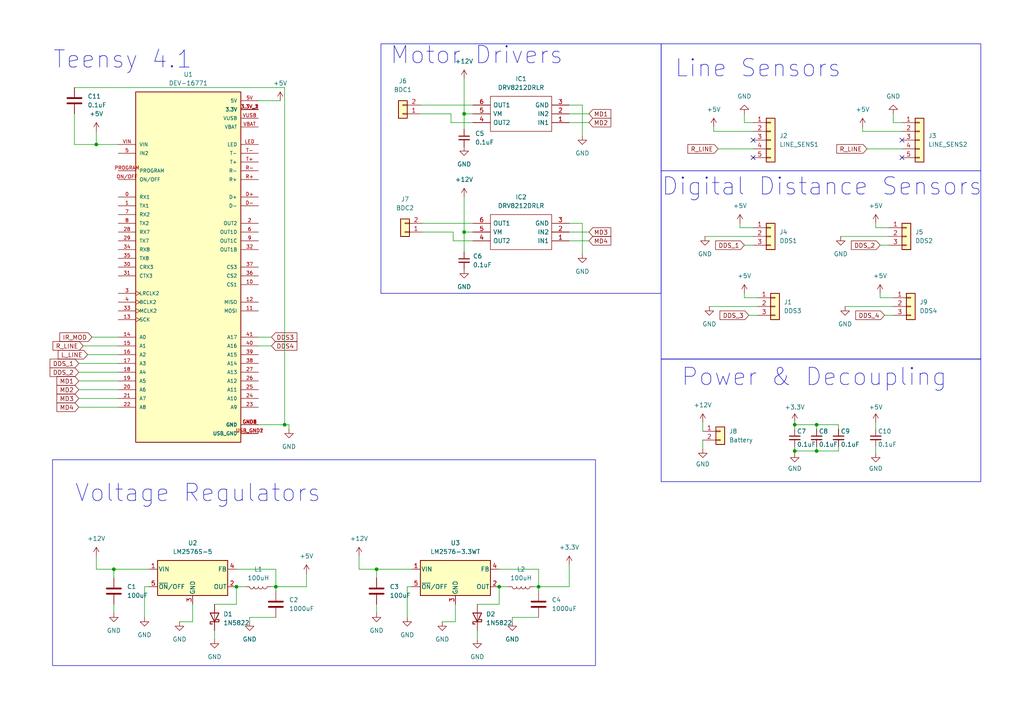
<source format=kicad_sch>
(kicad_sch (version 20230121) (generator eeschema)
  (paper "A4")
  (lib_symbols
    (symbol "C_1" (pin_numbers hide) (pin_names (offset 0.254))
      (property "Reference" "C2" (at 3.81 1.27 0))
      (property "Value" "1000uF" (at 3.81 -1.27 0))
      (symbol "C_1_0_1"
        (polyline (pts (xy -2.032 -0.762) (xy 2.032 -0.762)) (stroke (width 0.508)))
        (polyline (pts (xy -2.032 0.762) (xy 2.032 0.762)) (stroke (width 0.508)))
      )
      (symbol "C_1_1_1"
        (pin passive line (at 0 3.81 270) (length 2.794) (name "~") (number "1"))
        (pin passive line (at 0 -3.81 90) (length 2.794) (name "~") (number "2"))
      )
    )
    (symbol "C_2" (pin_numbers hide) (pin_names (offset 0.254))
      (property "Reference" "C" (at 0.635 2.54 0))
      (property "Value" "C" (at 0.635 -2.54 0))
      (symbol "C_2_0_1"
        (polyline (pts (xy -2.032 -0.762) (xy 2.032 -0.762)) (stroke (width 0.508)))
        (polyline (pts (xy -2.032 0.762) (xy 2.032 0.762)) (stroke (width 0.508)))
      )
      (symbol "C_2_1_1"
        (pin passive line (at 0 3.81 270) (length 2.794) (name "~") (number "1"))
        (pin passive line (at 0 -3.81 90) (length 2.794) (name "~") (number "2"))
      )
    )
    (symbol "Connector_Generic:Conn_01x02" (pin_names (offset 1.016) hide)
      (property "Reference" "J" (at 0 2.54 0))
      (property "Value" "Conn_01x02" (at 0 -5.08 0))
      (symbol "Conn_01x02_1_1"
        (rectangle (start -1.27 -2.413) (end 0 -2.667) (stroke (width 0.1524)))
        (rectangle (start -1.27 0.127) (end 0 -0.127) (stroke (width 0.1524)))
        (rectangle (start -1.27 1.27) (end 1.27 -3.81) (stroke (width 0.254)) (fill (type background)))
        (pin passive line (at -5.08 0 0) (length 3.81) (name "Pin_1") (number "1"))
        (pin passive line (at -5.08 -2.54 0) (length 3.81) (name "Pin_2") (number "2"))
      )
    )
    (symbol "Connector_Generic:Conn_01x03" (pin_names (offset 1.016) hide)
      (property "Reference" "J" (at 0 5.08 0))
      (property "Value" "Conn_01x03" (at 0 -5.08 0))
      (symbol "Conn_01x03_1_1"
        (rectangle (start -1.27 -2.413) (end 0 -2.667) (stroke (width 0.1524)))
        (rectangle (start -1.27 0.127) (end 0 -0.127) (stroke (width 0.1524)))
        (rectangle (start -1.27 2.667) (end 0 2.413) (stroke (width 0.1524)))
        (rectangle (start -1.27 3.81) (end 1.27 -3.81) (stroke (width 0.254)) (fill (type background)))
        (pin passive line (at -5.08 2.54 0) (length 3.81) (name "Pin_1") (number "1"))
        (pin passive line (at -5.08 0 0) (length 3.81) (name "Pin_2") (number "2"))
        (pin passive line (at -5.08 -2.54 0) (length 3.81) (name "Pin_3") (number "3"))
      )
    )
    (symbol "Connector_Generic:Conn_01x05" (pin_names (offset 1.016) hide)
      (property "Reference" "J" (at 0 7.62 0))
      (property "Value" "Conn_01x05" (at 0 -7.62 0))
      (symbol "Conn_01x05_1_1"
        (rectangle (start -1.27 -4.953) (end 0 -5.207) (stroke (width 0.1524)))
        (rectangle (start -1.27 -2.413) (end 0 -2.667) (stroke (width 0.1524)))
        (rectangle (start -1.27 0.127) (end 0 -0.127) (stroke (width 0.1524)))
        (rectangle (start -1.27 2.667) (end 0 2.413) (stroke (width 0.1524)))
        (rectangle (start -1.27 5.207) (end 0 4.953) (stroke (width 0.1524)))
        (rectangle (start -1.27 6.35) (end 1.27 -6.35) (stroke (width 0.254)) (fill (type background)))
        (pin passive line (at -5.08 5.08 0) (length 3.81) (name "Pin_1") (number "1"))
        (pin passive line (at -5.08 2.54 0) (length 3.81) (name "Pin_2") (number "2"))
        (pin passive line (at -5.08 0 0) (length 3.81) (name "Pin_3") (number "3"))
        (pin passive line (at -5.08 -2.54 0) (length 3.81) (name "Pin_4") (number "4"))
        (pin passive line (at -5.08 -5.08 0) (length 3.81) (name "Pin_5") (number "5"))
      )
    )
    (symbol "DEV-16771:DEV-16771" (pin_names (offset 1.016))
      (property "Reference" "U" (at -15.24 52.07 0))
      (property "Value" "DEV-16771" (at -15.24 -53.34 0))
      (symbol "DEV-16771_0_0"
        (rectangle (start -15.24 -50.8) (end 15.24 50.8) (stroke (width 0.254)) (fill (type background)))
        (pin bidirectional line (at -20.32 20.32 0) (length 5.08) (name "RX1") (number "0"))
        (pin bidirectional line (at -20.32 17.78 0) (length 5.08) (name "TX1") (number "1"))
        (pin bidirectional line (at 20.32 -5.08 180) (length 5.08) (name "CS1") (number "10"))
        (pin bidirectional line (at 20.32 -12.7 180) (length 5.08) (name "MOSI") (number "11"))
        (pin bidirectional line (at 20.32 -10.16 180) (length 5.08) (name "MISO") (number "12"))
        (pin bidirectional clock (at -20.32 -15.24 0) (length 5.08) (name "SCK") (number "13"))
        (pin bidirectional line (at -20.32 -20.32 0) (length 5.08) (name "A0") (number "14"))
        (pin bidirectional line (at -20.32 -22.86 0) (length 5.08) (name "A1") (number "15"))
        (pin bidirectional line (at -20.32 -25.4 0) (length 5.08) (name "A2") (number "16"))
        (pin bidirectional line (at -20.32 -27.94 0) (length 5.08) (name "A3") (number "17"))
        (pin bidirectional line (at -20.32 -30.48 0) (length 5.08) (name "A4") (number "18"))
        (pin bidirectional line (at -20.32 -33.02 0) (length 5.08) (name "A5") (number "19"))
        (pin output line (at 20.32 12.7 180) (length 5.08) (name "OUT2") (number "2"))
        (pin bidirectional line (at -20.32 -35.56 0) (length 5.08) (name "A6") (number "20"))
        (pin bidirectional line (at -20.32 -38.1 0) (length 5.08) (name "A7") (number "21"))
        (pin bidirectional line (at -20.32 -40.64 0) (length 5.08) (name "A8") (number "22"))
        (pin bidirectional line (at 20.32 -40.64 180) (length 5.08) (name "A9") (number "23"))
        (pin bidirectional line (at 20.32 -38.1 180) (length 5.08) (name "A10") (number "24"))
        (pin bidirectional line (at 20.32 -35.56 180) (length 5.08) (name "A11") (number "25"))
        (pin bidirectional line (at 20.32 -33.02 180) (length 5.08) (name "A12") (number "26"))
        (pin bidirectional line (at 20.32 -30.48 180) (length 5.08) (name "A13") (number "27"))
        (pin bidirectional line (at -20.32 10.16 0) (length 5.08) (name "RX7") (number "28"))
        (pin bidirectional line (at -20.32 7.62 0) (length 5.08) (name "TX7") (number "29"))
        (pin bidirectional clock (at -20.32 -7.62 0) (length 5.08) (name "LRCLK2") (number "3"))
        (pin power_in line (at 20.32 45.72 180) (length 5.08) (name "3.3V") (number "3.3V_1"))
        (pin power_in line (at 20.32 45.72 180) (length 5.08) (name "3.3V") (number "3.3V_2"))
        (pin power_in line (at 20.32 45.72 180) (length 5.08) (name "3.3V") (number "3.3V_3"))
        (pin bidirectional line (at -20.32 0 0) (length 5.08) (name "CRX3") (number "30"))
        (pin bidirectional line (at -20.32 -2.54 0) (length 5.08) (name "CTX3") (number "31"))
        (pin output line (at 20.32 5.08 180) (length 5.08) (name "OUT1B") (number "32"))
        (pin bidirectional clock (at -20.32 -12.7 0) (length 5.08) (name "MCLK2") (number "33"))
        (pin bidirectional line (at -20.32 5.08 0) (length 5.08) (name "RX8") (number "34"))
        (pin bidirectional line (at -20.32 2.54 0) (length 5.08) (name "TX8") (number "35"))
        (pin bidirectional line (at 20.32 -2.54 180) (length 5.08) (name "CS2") (number "36"))
        (pin bidirectional line (at 20.32 0 180) (length 5.08) (name "CS3") (number "37"))
        (pin bidirectional line (at 20.32 -27.94 180) (length 5.08) (name "A14") (number "38"))
        (pin bidirectional line (at 20.32 -25.4 180) (length 5.08) (name "A15") (number "39"))
        (pin bidirectional clock (at -20.32 -10.16 0) (length 5.08) (name "BCLK2") (number "4"))
        (pin bidirectional line (at 20.32 -22.86 180) (length 5.08) (name "A16") (number "40"))
        (pin bidirectional line (at 20.32 -20.32 180) (length 5.08) (name "A17") (number "41"))
        (pin bidirectional line (at -20.32 33.02 0) (length 5.08) (name "IN2") (number "5"))
        (pin power_in line (at 20.32 48.26 180) (length 5.08) (name "5V") (number "5V"))
        (pin output line (at 20.32 10.16 180) (length 5.08) (name "OUT1D") (number "6"))
        (pin bidirectional line (at -20.32 15.24 0) (length 5.08) (name "RX2") (number "7"))
        (pin bidirectional line (at -20.32 12.7 0) (length 5.08) (name "TX2") (number "8"))
        (pin output line (at 20.32 7.62 180) (length 5.08) (name "OUT1C") (number "9"))
        (pin bidirectional line (at 20.32 20.32 180) (length 5.08) (name "D+") (number "D+"))
        (pin bidirectional line (at 20.32 17.78 180) (length 5.08) (name "D-") (number "D-"))
        (pin power_in line (at 20.32 -45.72 180) (length 5.08) (name "GND") (number "GND1"))
        (pin power_in line (at 20.32 -45.72 180) (length 5.08) (name "GND") (number "GND2"))
        (pin power_in line (at 20.32 -45.72 180) (length 5.08) (name "GND") (number "GND3"))
        (pin power_in line (at 20.32 -45.72 180) (length 5.08) (name "GND") (number "GND4"))
        (pin power_in line (at 20.32 -45.72 180) (length 5.08) (name "GND") (number "GND5"))
        (pin bidirectional line (at 20.32 35.56 180) (length 5.08) (name "LED") (number "LED"))
        (pin bidirectional line (at -20.32 25.4 0) (length 5.08) (name "ON/OFF") (number "ON/OFF"))
        (pin bidirectional line (at -20.32 27.94 0) (length 5.08) (name "PROGRAM") (number "PROGRAM"))
        (pin bidirectional line (at 20.32 25.4 180) (length 5.08) (name "R+") (number "R+"))
        (pin bidirectional line (at 20.32 27.94 180) (length 5.08) (name "R-") (number "R-"))
        (pin bidirectional line (at 20.32 30.48 180) (length 5.08) (name "T+") (number "T+"))
        (pin bidirectional line (at 20.32 33.02 180) (length 5.08) (name "T-") (number "T-"))
        (pin power_in line (at 20.32 -48.26 180) (length 5.08) (name "USB_GND") (number "USB_GND1"))
        (pin power_in line (at 20.32 -48.26 180) (length 5.08) (name "USB_GND") (number "USB_GND2"))
        (pin passive line (at 20.32 40.64 180) (length 5.08) (name "VBAT") (number "VBAT"))
        (pin input line (at -20.32 35.56 0) (length 5.08) (name "VIN") (number "VIN"))
        (pin passive line (at 20.32 43.18 180) (length 5.08) (name "VUSB") (number "VUSB"))
      )
    )
    (symbol "DRV8212DRLR:DRV8212DRLR" (pin_names (offset 0.762))
      (property "Reference" "IC" (at 24.13 7.62 0))
      (property "Value" "DRV8212DRLR" (at 24.13 5.08 0))
      (symbol "DRV8212DRLR_0_0"
        (pin passive line (at 0 0 0) (length 5.08) (name "IN1") (number "1"))
        (pin passive line (at 0 -2.54 0) (length 5.08) (name "IN2") (number "2"))
        (pin passive line (at 0 -5.08 0) (length 5.08) (name "GND") (number "3"))
        (pin passive line (at 27.94 0 180) (length 5.08) (name "OUT2") (number "4"))
        (pin passive line (at 27.94 -2.54 180) (length 5.08) (name "VM") (number "5"))
        (pin passive line (at 27.94 -5.08 180) (length 5.08) (name "OUT1") (number "6"))
      )
      (symbol "DRV8212DRLR_0_1"
        (polyline (pts (xy 5.08 2.54) (xy 22.86 2.54) (xy 22.86 -7.62) (xy 5.08 -7.62) (xy 5.08 2.54)) (stroke (width 0.1524)))
      )
    )
    (symbol "Device:C" (pin_numbers hide) (pin_names (offset 0.254))
      (property "Reference" "C1" (at 3.81 1.27 0))
      (property "Value" "100uF" (at 3.81 -1.27 0))
      (symbol "C_0_1"
        (polyline (pts (xy -2.032 -0.762) (xy 2.032 -0.762)) (stroke (width 0.508)))
        (polyline (pts (xy -2.032 0.762) (xy 2.032 0.762)) (stroke (width 0.508)))
      )
      (symbol "C_1_1"
        (pin passive line (at 0 3.81 270) (length 2.794) (name "~") (number "1"))
        (pin passive line (at 0 -3.81 90) (length 2.794) (name "~") (number "2"))
      )
    )
    (symbol "Device:C_Small" (pin_numbers hide) (pin_names (offset 0.254) hide)
      (property "Reference" "C" (at 0.254 1.778 0))
      (property "Value" "C_Small" (at 0.254 -2.032 0))
      (symbol "C_Small_0_1"
        (polyline (pts (xy -1.524 -0.508) (xy 1.524 -0.508)) (stroke (width 0.3302)))
        (polyline (pts (xy -1.524 0.508) (xy 1.524 0.508)) (stroke (width 0.3048)))
      )
      (symbol "C_Small_1_1"
        (pin passive line (at 0 2.54 270) (length 2.032) (name "~") (number "1"))
        (pin passive line (at 0 -2.54 90) (length 2.032) (name "~") (number "2"))
      )
    )
    (symbol "Device:L" (pin_numbers hide) (pin_names (offset 1.016) hide)
      (property "Reference" "L1" (at -5.08 0 90))
      (property "Value" "100uH" (at -2.54 0 90))
      (symbol "L_0_1"
        (arc (start 0 -2.54) (mid 0.6323 -1.905) (end 0 -1.27))
        (arc (start 0 -1.27) (mid 0.6323 -0.635) (end 0 0))
        (arc (start 0 0) (mid 0.6323 0.635) (end 0 1.27))
        (arc (start 0 1.27) (mid 0.6323 1.905) (end 0 2.54))
      )
      (symbol "L_1_1"
        (pin passive line (at 0 3.81 270) (length 1.27) (name "1") (number "1"))
        (pin passive line (at 0 -3.81 90) (length 1.27) (name "2") (number "2"))
      )
    )
    (symbol "Diode:1N5822" (pin_numbers hide) (pin_names (offset 1.016) hide)
      (property "Reference" "D" (at 0 2.54 0))
      (property "Value" "1N5822" (at 0 -2.54 0))
      (symbol "1N5822_0_1"
        (polyline (pts (xy 1.27 0) (xy -1.27 0)))
        (polyline (pts (xy 1.27 1.27) (xy 1.27 -1.27) (xy -1.27 0) (xy 1.27 1.27)) (stroke (width 0.254)))
        (polyline (pts (xy -1.905 0.635) (xy -1.905 1.27) (xy -1.27 1.27) (xy -1.27 -1.27) (xy -0.635 -1.27) (xy -0.635 -0.635)) (stroke (width 0.254)))
      )
      (symbol "1N5822_1_1"
        (pin passive line (at -3.81 0 0) (length 2.54) (name "K") (number "1"))
        (pin passive line (at 3.81 0 180) (length 2.54) (name "A") (number "2"))
      )
    )
    (symbol "Regulator_Switching:LM2576S-5" (pin_names (offset 0.254))
      (property "Reference" "U" (at -10.16 6.35 0))
      (property "Value" "LM2576S-5" (at 0 6.35 0))
      (symbol "LM2576S-5_0_1"
        (rectangle (start -10.16 5.08) (end 10.16 -5.08) (stroke (width 0.254)) (fill (type background)))
      )
      (symbol "LM2576S-5_1_1"
        (pin power_in line (at -12.7 2.54 0) (length 2.54) (name "VIN") (number "1"))
        (pin output line (at 12.7 -2.54 180) (length 2.54) (name "OUT") (number "2"))
        (pin power_in line (at 0 -7.62 90) (length 2.54) (name "GND") (number "3"))
        (pin input line (at 12.7 2.54 180) (length 2.54) (name "FB") (number "4"))
        (pin input line (at -12.7 -2.54 0) (length 2.54) (name "~{ON}/OFF") (number "5"))
      )
    )
    (symbol "power:+12V" (power) (pin_names (offset 0))
      (property "Value" "+12V" (at 0 3.556 0))
      (symbol "+12V_0_1"
        (polyline (pts (xy -0.762 1.27) (xy 0 2.54)))
        (polyline (pts (xy 0 0) (xy 0 2.54)))
        (polyline (pts (xy 0 2.54) (xy 0.762 1.27)))
      )
      (symbol "+12V_1_1"
        (pin power_in line (at 0 0 90) (length 0) hide (name "+12V") (number "1"))
      )
    )
    (symbol "power:+3.3V" (power) (pin_names (offset 0))
      (property "Value" "+3.3V" (at 0 3.556 0))
      (symbol "+3.3V_0_1"
        (polyline (pts (xy -0.762 1.27) (xy 0 2.54)))
        (polyline (pts (xy 0 0) (xy 0 2.54)))
        (polyline (pts (xy 0 2.54) (xy 0.762 1.27)))
      )
      (symbol "+3.3V_1_1"
        (pin power_in line (at 0 0 90) (length 0) hide (name "+3.3V") (number "1"))
      )
    )
    (symbol "power:+5V" (power) (pin_names (offset 0))
      (property "Value" "+5V" (at 0 3.556 0))
      (symbol "+5V_0_1"
        (polyline (pts (xy -0.762 1.27) (xy 0 2.54)))
        (polyline (pts (xy 0 0) (xy 0 2.54)))
        (polyline (pts (xy 0 2.54) (xy 0.762 1.27)))
      )
      (symbol "+5V_1_1"
        (pin power_in line (at 0 0 90) (length 0) hide (name "+5V") (number "1"))
      )
    )
    (symbol "power:GND" (power) (pin_names (offset 0))
      (property "Value" "GND" (at 0 -3.81 0))
      (symbol "GND_0_1"
        (polyline (pts (xy 0 0) (xy 0 -1.27) (xy 1.27 -1.27) (xy 0 -2.54) (xy -1.27 -1.27) (xy 0 -1.27)))
      )
      (symbol "GND_1_1"
        (pin power_in line (at 0 0 270) (length 0) hide (name "GND") (number "1"))
      )
    )
  )
  (junction (at 236.855 123.19))
  (junction (at 230.505 130.81))
  (junction (at 68.58 170.18))
  (junction (at 134.62 33.02))
  (junction (at 109.22 165.1))
  (junction (at 33.02 165.1))
  (junction (at 134.62 67.31))
  (junction (at 236.855 130.81))
  (junction (at 82.55 123.19))
  (junction (at 144.78 170.18))
  (junction (at 156.21 170.18))
  (junction (at 80.01 170.18))
  (junction (at 230.505 123.19))
  (junction (at 27.94 41.91))
  (no_connect (at 218.44 40.64))
  (no_connect (at 261.62 45.72))
  (no_connect (at 261.62 40.64))
  (no_connect (at 218.44 45.72))
  (wire (pts (xy 138.43 182.88) (xy 138.43 185.42)))
  (wire (pts (xy 156.21 179.07) (xy 148.59 179.07)))
  (wire (pts (xy 215.9 33.02) (xy 215.9 35.56)))
  (wire (pts (xy 121.92 33.02) (xy 130.81 33.02)))
  (wire (pts (xy 236.855 129.54) (xy 236.855 130.81)))
  (wire (pts (xy 104.14 161.29) (xy 104.14 165.1)))
  (wire (pts (xy 156.21 170.18) (xy 156.21 171.45)))
  (wire (pts (xy 214.63 66.04) (xy 218.44 66.04)))
  (wire (pts (xy 131.445 69.85) (xy 131.445 67.31)))
  (wire (pts (xy 215.9 35.56) (xy 218.44 35.56)))
  (wire (pts (xy 27.94 165.1) (xy 33.02 165.1)))
  (wire (pts (xy 256.54 91.44) (xy 259.08 91.44)))
  (wire (pts (xy 22.86 107.95) (xy 34.29 107.95)))
  (wire (pts (xy 122.555 64.77) (xy 137.16 64.77)))
  (wire (pts (xy 43.18 170.18) (xy 41.91 170.18)))
  (wire (pts (xy 144.78 165.1) (xy 156.21 165.1)))
  (wire (pts (xy 21.59 25.4) (xy 82.55 25.4)))
  (wire (pts (xy 156.21 170.18) (xy 165.1 170.18)))
  (wire (pts (xy 104.14 165.1) (xy 109.22 165.1)))
  (wire (pts (xy 26.67 97.79) (xy 34.29 97.79)))
  (wire (pts (xy 215.9 85.09) (xy 215.9 86.36)))
  (wire (pts (xy 255.27 86.36) (xy 259.08 86.36)))
  (wire (pts (xy 144.78 170.18) (xy 147.32 170.18)))
  (wire (pts (xy 214.63 64.77) (xy 214.63 66.04)))
  (wire (pts (xy 205.74 88.9) (xy 219.71 88.9)))
  (wire (pts (xy 22.86 113.03) (xy 34.29 113.03)))
  (wire (pts (xy 72.39 179.07) (xy 72.39 180.34)))
  (wire (pts (xy 74.93 100.33) (xy 78.74 100.33)))
  (wire (pts (xy 215.9 71.12) (xy 218.44 71.12)))
  (wire (pts (xy 80.01 165.1) (xy 80.01 170.18)))
  (wire (pts (xy 218.44 38.1) (xy 207.01 38.1)))
  (wire (pts (xy 118.11 170.18) (xy 118.11 179.07)))
  (wire (pts (xy 230.505 123.19) (xy 230.505 124.46)))
  (wire (pts (xy 254 64.77) (xy 254 66.04)))
  (wire (pts (xy 74.93 97.79) (xy 78.74 97.79)))
  (wire (pts (xy 215.9 86.36) (xy 219.71 86.36)))
  (wire (pts (xy 82.55 25.4) (xy 82.55 123.19)))
  (wire (pts (xy 134.62 57.15) (xy 134.62 67.31)))
  (wire (pts (xy 230.505 130.81) (xy 230.505 131.445)))
  (wire (pts (xy 243.205 129.54) (xy 243.205 130.81)))
  (wire (pts (xy 132.08 180.34) (xy 128.27 180.34)))
  (wire (pts (xy 109.22 165.1) (xy 119.38 165.1)))
  (wire (pts (xy 259.08 35.56) (xy 261.62 35.56)))
  (wire (pts (xy 243.205 123.19) (xy 236.855 123.19)))
  (wire (pts (xy 74.93 29.21) (xy 81.28 29.21)))
  (wire (pts (xy 165.1 33.02) (xy 170.815 33.02)))
  (wire (pts (xy 165.1 163.83) (xy 165.1 170.18)))
  (wire (pts (xy 236.855 130.81) (xy 243.205 130.81)))
  (wire (pts (xy 80.01 179.07) (xy 72.39 179.07)))
  (wire (pts (xy 156.21 165.1) (xy 156.21 170.18)))
  (wire (pts (xy 22.86 118.11) (xy 34.29 118.11)))
  (wire (pts (xy 168.91 30.48) (xy 168.91 39.37)))
  (wire (pts (xy 55.88 180.34) (xy 52.07 180.34)))
  (wire (pts (xy 203.835 127.635) (xy 203.835 130.175)))
  (wire (pts (xy 243.205 124.46) (xy 243.205 123.19)))
  (wire (pts (xy 62.23 182.88) (xy 62.23 185.42)))
  (wire (pts (xy 203.835 125.095) (xy 203.835 122.555)))
  (wire (pts (xy 78.74 170.18) (xy 80.01 170.18)))
  (wire (pts (xy 55.88 175.26) (xy 55.88 180.34)))
  (wire (pts (xy 255.27 85.09) (xy 255.27 86.36)))
  (wire (pts (xy 80.01 170.18) (xy 80.01 171.45)))
  (wire (pts (xy 21.59 41.91) (xy 27.94 41.91)))
  (wire (pts (xy 27.94 41.91) (xy 34.29 41.91)))
  (wire (pts (xy 208.28 43.18) (xy 218.44 43.18)))
  (wire (pts (xy 83.82 123.19) (xy 83.82 124.46)))
  (wire (pts (xy 165.1 64.77) (xy 168.91 64.77)))
  (wire (pts (xy 230.505 130.81) (xy 236.855 130.81)))
  (wire (pts (xy 109.22 175.26) (xy 109.22 177.8)))
  (wire (pts (xy 144.78 175.26) (xy 144.78 170.18)))
  (wire (pts (xy 119.38 170.18) (xy 118.11 170.18)))
  (wire (pts (xy 68.58 165.1) (xy 80.01 165.1)))
  (wire (pts (xy 165.1 35.56) (xy 170.815 35.56)))
  (wire (pts (xy 27.94 41.91) (xy 27.94 38.1)))
  (wire (pts (xy 168.91 30.48) (xy 165.1 30.48)))
  (wire (pts (xy 243.84 68.58) (xy 257.81 68.58)))
  (wire (pts (xy 21.59 33.02) (xy 21.59 41.91)))
  (wire (pts (xy 230.505 129.54) (xy 230.505 130.81)))
  (wire (pts (xy 254 66.04) (xy 257.81 66.04)))
  (wire (pts (xy 134.62 22.86) (xy 134.62 33.02)))
  (wire (pts (xy 121.92 30.48) (xy 137.16 30.48)))
  (wire (pts (xy 130.81 33.02) (xy 130.81 35.56)))
  (wire (pts (xy 254 122.555) (xy 254 124.46)))
  (wire (pts (xy 207.01 38.1) (xy 207.01 36.83)))
  (wire (pts (xy 41.91 170.18) (xy 41.91 179.07)))
  (wire (pts (xy 22.86 110.49) (xy 34.29 110.49)))
  (wire (pts (xy 68.58 170.18) (xy 71.12 170.18)))
  (wire (pts (xy 137.16 69.85) (xy 131.445 69.85)))
  (wire (pts (xy 33.02 165.1) (xy 33.02 167.64)))
  (wire (pts (xy 204.47 68.58) (xy 218.44 68.58)))
  (wire (pts (xy 33.02 165.1) (xy 43.18 165.1)))
  (wire (pts (xy 230.505 122.555) (xy 230.505 123.19)))
  (wire (pts (xy 80.01 170.18) (xy 88.9 170.18)))
  (wire (pts (xy 148.59 179.07) (xy 148.59 180.34)))
  (wire (pts (xy 24.13 100.33) (xy 34.29 100.33)))
  (wire (pts (xy 25.4 102.87) (xy 34.29 102.87)))
  (wire (pts (xy 254 129.54) (xy 254 131.445)))
  (wire (pts (xy 88.9 166.37) (xy 88.9 170.18)))
  (wire (pts (xy 22.86 105.41) (xy 34.29 105.41)))
  (wire (pts (xy 154.94 170.18) (xy 156.21 170.18)))
  (wire (pts (xy 236.855 123.19) (xy 230.505 123.19)))
  (wire (pts (xy 259.08 33.02) (xy 259.08 35.56)))
  (wire (pts (xy 68.58 175.26) (xy 68.58 170.18)))
  (wire (pts (xy 82.55 123.19) (xy 83.82 123.19)))
  (wire (pts (xy 251.46 43.18) (xy 261.62 43.18)))
  (wire (pts (xy 138.43 175.26) (xy 144.78 175.26)))
  (wire (pts (xy 131.445 67.31) (xy 122.555 67.31)))
  (wire (pts (xy 22.86 115.57) (xy 34.29 115.57)))
  (wire (pts (xy 245.11 88.9) (xy 259.08 88.9)))
  (wire (pts (xy 250.19 38.1) (xy 250.19 36.83)))
  (wire (pts (xy 134.62 33.02) (xy 134.62 37.465)))
  (wire (pts (xy 217.17 91.44) (xy 219.71 91.44)))
  (wire (pts (xy 137.16 67.31) (xy 134.62 67.31)))
  (wire (pts (xy 109.22 165.1) (xy 109.22 167.64)))
  (wire (pts (xy 236.855 123.19) (xy 236.855 124.46)))
  (wire (pts (xy 165.1 67.31) (xy 170.815 67.31)))
  (wire (pts (xy 27.94 161.29) (xy 27.94 165.1)))
  (wire (pts (xy 74.93 123.19) (xy 82.55 123.19)))
  (wire (pts (xy 130.81 35.56) (xy 137.16 35.56)))
  (wire (pts (xy 261.62 38.1) (xy 250.19 38.1)))
  (wire (pts (xy 134.62 67.31) (xy 134.62 73.025)))
  (wire (pts (xy 168.91 73.66) (xy 168.91 64.77)))
  (wire (pts (xy 33.02 175.26) (xy 33.02 177.8)))
  (wire (pts (xy 165.1 69.85) (xy 170.815 69.85)))
  (wire (pts (xy 132.08 175.26) (xy 132.08 180.34)))
  (wire (pts (xy 255.27 71.12) (xy 257.81 71.12)))
  (wire (pts (xy 134.62 33.02) (xy 137.16 33.02)))
  (wire (pts (xy 62.23 175.26) (xy 68.58 175.26)))
  (rectangle (start 191.77 12.7) (end 284.48 49.53))
  (rectangle (start 110.49 12.7) (end 191.77 85.09))
  (rectangle (start 191.77 49.53) (end 284.48 104.14))
  (rectangle (start 15.24 133.35) (end 172.72 193.04))
  (rectangle (start 191.77 104.14) (end 284.48 139.7))
  (text "Power & Decoupling" (at 197.485 112.395 0) (effects (font (size 5 5)) (justify left bottom)))
  (text "Line Sensors" (at 195.58 22.86 0) (effects (font (size 5 5)) (justify left bottom)))
  (text "Teensy 4.1" (at 15.24 20.32 0) (effects (font (size 5 5)) (justify left bottom)))
  (text "Voltage Regulators" (at 21.59 146.05 0) (effects (font (size 5 5)) (justify left bottom)))
  (text "Motor Drivers\n" (at 113.03 19.05 0) (effects (font (size 5 5)) (justify left bottom)))
  (text "Digital Distance Sensors\n" (at 191.77 57.15 0) (effects (font (size 5 5)) (justify left bottom)))
  (global_label "MD3" (shape input) (at 22.86 115.57 180) (property "Intersheetrefs" "${INTERSHEET_REFS}" (effects hide)))
  (global_label "DDS_1" (shape input) (at 22.86 105.41 180) (property "Intersheetrefs" "${INTERSHEET_REFS}" (effects hide)))
  (global_label "DDS_2" (shape input) (at 22.86 107.95 180) (property "Intersheetrefs" "${INTERSHEET_REFS}" (effects hide)))
  (global_label "MD4" (shape input) (at 170.815 69.85 0) (property "Intersheetrefs" "${INTERSHEET_REFS}" (effects hide)))
  (global_label "DDS_3" (shape input) (at 217.17 91.44 180) (property "Intersheetrefs" "${INTERSHEET_REFS}" (effects hide)))
  (global_label "L_LINE" (shape input) (at 25.4 102.87 180) (property "Intersheetrefs" "${INTERSHEET_REFS}" (effects hide)))
  (global_label "R_LINE" (shape input) (at 208.28 43.18 180) (property "Intersheetrefs" "${INTERSHEET_REFS}" (effects hide)))
  (global_label "MD1" (shape input) (at 22.86 110.49 180) (property "Intersheetrefs" "${INTERSHEET_REFS}" (effects hide)))
  (global_label "DDS_1" (shape input) (at 215.9 71.12 180) (property "Intersheetrefs" "${INTERSHEET_REFS}" (effects hide)))
  (global_label "MD2" (shape input) (at 170.815 35.56 0) (property "Intersheetrefs" "${INTERSHEET_REFS}" (effects hide)))
  (global_label "MD4" (shape input) (at 22.86 118.11 180) (property "Intersheetrefs" "${INTERSHEET_REFS}" (effects hide)))
  (global_label "MD2" (shape input) (at 22.86 113.03 180) (property "Intersheetrefs" "${INTERSHEET_REFS}" (effects hide)))
  (global_label "R_LINE" (shape input) (at 24.13 100.33 180) (property "Intersheetrefs" "${INTERSHEET_REFS}" (effects hide)))
  (global_label "IR_MOD" (shape input) (at 26.67 97.79 180) (property "Intersheetrefs" "${INTERSHEET_REFS}" (effects hide)))
  (global_label "MD1" (shape input) (at 170.815 33.02 0) (property "Intersheetrefs" "${INTERSHEET_REFS}" (effects hide)))
  (global_label "DDS3" (shape input) (at 78.74 97.79 0) (property "Intersheetrefs" "${INTERSHEET_REFS}" (effects hide)))
  (global_label "MD3" (shape input) (at 170.815 67.31 0) (property "Intersheetrefs" "${INTERSHEET_REFS}" (effects hide)))
  (global_label "R_LINE" (shape input) (at 251.46 43.18 180) (property "Intersheetrefs" "${INTERSHEET_REFS}" (effects hide)))
  (global_label "DDS4" (shape input) (at 78.74 100.33 0) (property "Intersheetrefs" "${INTERSHEET_REFS}" (effects hide)))
  (global_label "DDS_4" (shape input) (at 256.54 91.44 180) (property "Intersheetrefs" "${INTERSHEET_REFS}" (effects hide)))
  (global_label "DDS_2" (shape input) (at 255.27 71.12 180) (property "Intersheetrefs" "${INTERSHEET_REFS}" (effects hide)))
  (symbol (lib_id "power:GND") (at 243.84 68.58 0) (unit 1)
    (property "Reference" "#PWR09" (effects hide))
    (property "Value" "GND" (at 243.84 73.66 0))
  )
  (symbol (lib_id "Connector_Generic:Conn_01x03") (at 264.16 88.9 0) (unit 1)
    (property "Reference" "J9" (at 266.7 87.63 0) (effects (justify left)))
    (property "Value" "DDS4" (at 266.7 90.17 0) (effects (justify left)))
  )
  (symbol (lib_id "power:GND") (at 134.62 78.105 0) (unit 1)
    (property "Reference" "#PWR028" (effects hide))
    (property "Value" "GND" (at 134.62 83.185 0))
  )
  (symbol (lib_id "Device:C_Small") (at 134.62 75.565 0) (unit 1)
    (property "Reference" "C6" (at 137.16 74.3012 0) (effects (justify left)))
    (property "Value" "0.1uF" (at 137.16 76.8412 0) (effects (justify left)))
    (property "Footprint" "Capacitor_SMD:C_0201_0603Metric" (effects hide))
  )
  (symbol (lib_id "power:+12V") (at 203.835 122.555 0) (unit 1)
    (property "Reference" "#PWR031" (effects hide))
    (property "Value" "+12V" (at 203.835 117.475 0))
  )
  (symbol (lib_id "Connector_Generic:Conn_01x03") (at 224.79 88.9 0) (unit 1)
    (property "Reference" "J1" (at 227.33 87.63 0) (effects (justify left)))
    (property "Value" "DDS3" (at 227.33 90.17 0) (effects (justify left)))
  )
  (symbol (lib_id "power:GND") (at 33.02 177.8 0) (unit 1)
    (property "Reference" "#PWR012" (effects hide))
    (property "Value" "GND" (at 33.02 182.88 0))
  )
  (symbol (lib_id "Connector_Generic:Conn_01x03") (at 223.52 68.58 0) (unit 1)
    (property "Reference" "J4" (at 226.06 67.31 0) (effects (justify left)))
    (property "Value" "DDS1" (at 226.06 69.85 0) (effects (justify left)))
  )
  (symbol (lib_id "DRV8212DRLR:DRV8212DRLR") (at 165.1 69.85 180) (unit 1)
    (property "Reference" "IC2" (at 151.13 57.15 0))
    (property "Value" "DRV8212DRLR" (at 151.13 59.69 0))
    (property "Footprint" "RatatoulliLibrary:SOTFL50P160X60-6N" (effects hide))
    (property "Datasheet" "https://www.ti.com/lit/ds/symlink/drv8212.pdf?ts=1631761675954&ref_url=https%253A%252F%252Fwww.ti.com%252Fstore%252Fti%252Fen%252Fp%252Fproduct%252F%253Fp%253DDRV8212DRLR%2526keyMatch%253DDRV8212DRLR%2526tisearch%253Dsearch-everything%2526usecase%253DOPN" (effects hide))
    (property "Description" "Motor / Motion / Ignition Controllers & Drivers 12-V, 2-A Low voltage H-bridge motor driver" (effects hide))
    (property "Height" "0.6" (effects hide))
    (property "Manufacturer_Name" "Texas Instruments" (effects hide))
    (property "Manufacturer_Part_Number" "DRV8212DRLR" (effects hide))
    (property "Mouser Part Number" "595-DRV8212DRLR" (effects hide))
    (property "Mouser Price/Stock" "https://www.mouser.co.uk/ProductDetail/Texas-Instruments/DRV8212DRLR?qs=7D1LtPJG0i3wtDTC%2FUQdKg%3D%3D" (effects hide))
  )
  (symbol (lib_id "power:GND") (at 215.9 33.02 0) (mirror x) (unit 1)
    (property "Reference" "#PWR04" (effects hide))
    (property "Value" "GND" (at 215.9 27.94 0))
  )
  (symbol (lib_id "Connector_Generic:Conn_01x02") (at 208.915 125.095 0) (unit 1)
    (property "Reference" "J8" (at 211.455 125.0949 0) (effects (justify left)))
    (property "Value" "Battery" (at 211.455 127.6349 0) (effects (justify left)))
  )
  (symbol (lib_id "power:GND") (at 148.59 180.34 0) (unit 1)
    (property "Reference" "#PWR023" (effects hide))
    (property "Value" "GND" (at 148.59 185.42 0))
  )
  (symbol (lib_id "power:+3.3V") (at 165.1 163.83 0) (unit 1)
    (property "Reference" "#PWR024" (effects hide))
    (property "Value" "+3.3V" (at 165.1 158.75 0))
  )
  (symbol (lib_id "power:GND") (at 245.11 88.9 0) (unit 1)
    (property "Reference" "#PWR040" (effects hide))
    (property "Value" "GND" (at 245.11 93.98 0))
  )
  (symbol (lib_id "power:+12V") (at 104.14 161.29 0) (unit 1)
    (property "Reference" "#PWR018" (effects hide))
    (property "Value" "+12V" (at 104.14 156.21 0))
  )
  (symbol (lib_id "Device:L") (at 151.13 170.18 270) (unit 1)
    (property "Reference" "L2" (at 151.13 165.1 90))
    (property "Value" "100uH" (at 151.13 167.64 90))
  )
  (symbol (lib_id "Device:C_Small") (at 230.505 127 0) (unit 1)
    (property "Reference" "C7" (at 231.14 125.095 0) (effects (justify left)))
    (property "Value" "0.1uF" (at 231.14 128.905 0) (effects (justify left)))
    (property "Footprint" "Capacitor_SMD:C_0201_0603Metric" (effects hide))
  )
  (symbol (lib_id "power:+12V") (at 134.62 22.86 0) (unit 1)
    (property "Reference" "#PWR025" (effects hide))
    (property "Value" "+12V" (at 134.62 17.78 0))
  )
  (symbol (lib_id "Connector_Generic:Conn_01x02") (at 117.475 67.31 180) (unit 1)
    (property "Reference" "J7" (at 117.475 57.785 0))
    (property "Value" "BDC2" (at 117.475 60.325 0))
  )
  (symbol (lib_id "Device:C") (at 33.02 171.45 0) (unit 1)
    (property "Reference" "C1" (at 36.83 170.18 0) (effects (justify left)))
    (property "Value" "100uF" (at 36.83 172.72 0) (effects (justify left)))
  )
  (symbol (lib_id "power:GND") (at 134.62 42.545 0) (unit 1)
    (property "Reference" "#PWR026" (effects hide))
    (property "Value" "GND" (at 134.62 47.625 0))
  )
  (symbol (lib_id "power:GND") (at 168.91 39.37 0) (unit 1)
    (property "Reference" "#PWR029" (effects hide))
    (property "Value" "GND" (at 168.91 44.45 0))
  )
  (symbol (lib_id "power:GND") (at 41.91 179.07 0) (unit 1)
    (property "Reference" "#PWR013" (effects hide))
    (property "Value" "GND" (at 41.91 184.15 0))
  )
  (symbol (lib_id "power:+12V") (at 27.94 161.29 0) (unit 1)
    (property "Reference" "#PWR011" (effects hide))
    (property "Value" "+12V" (at 27.94 156.21 0))
  )
  (symbol (lib_id "Diode:1N5822") (at 138.43 179.07 90) (unit 1)
    (property "Reference" "D2" (at 140.97 178.1175 90) (effects (justify right)))
    (property "Value" "1N5822" (at 140.97 180.6575 90) (effects (justify right)))
    (property "Footprint" "Diode_THT:D_DO-201AD_P15.24mm_Horizontal" (effects hide))
    (property "Datasheet" "http://www.vishay.com/docs/88526/1n5820.pdf" (effects hide))
  )
  (symbol (lib_id "power:+12V") (at 134.62 57.15 0) (unit 1)
    (property "Reference" "#PWR027" (effects hide))
    (property "Value" "+12V" (at 134.62 52.07 0))
  )
  (symbol (lib_id "power:GND") (at 83.82 124.46 0) (unit 1)
    (property "Reference" "#PWR01" (effects hide))
    (property "Value" "GND" (at 83.82 129.54 0))
  )
  (symbol (lib_name "C_1") (lib_id "Device:C") (at 80.01 175.26 0) (unit 1)
    (property "Reference" "C2" (at 83.82 173.99 0) (effects (justify left)))
    (property "Value" "1000uF" (at 83.82 176.53 0) (effects (justify left)))
  )
  (symbol (lib_id "power:GND") (at 204.47 68.58 0) (unit 1)
    (property "Reference" "#PWR07" (effects hide))
    (property "Value" "GND" (at 204.47 73.66 0))
  )
  (symbol (lib_id "Diode:1N5822") (at 62.23 179.07 90) (unit 1)
    (property "Reference" "D1" (at 64.77 178.1175 90) (effects (justify right)))
    (property "Value" "1N5822" (at 64.77 180.6575 90) (effects (justify right)))
    (property "Footprint" "Diode_THT:D_DO-201AD_P15.24mm_Horizontal" (effects hide))
    (property "Datasheet" "http://www.vishay.com/docs/88526/1n5820.pdf" (effects hide))
  )
  (symbol (lib_id "power:+5V") (at 27.94 38.1 0) (unit 1)
    (property "Reference" "#PWR037" (effects hide))
    (property "Value" "+5V" (at 27.94 33.02 0))
  )
  (symbol (lib_id "power:GND") (at 205.74 88.9 0) (unit 1)
    (property "Reference" "#PWR038" (effects hide))
    (property "Value" "GND" (at 205.74 93.98 0))
  )
  (symbol (lib_id "Device:C_Small") (at 243.205 127 0) (unit 1)
    (property "Reference" "C9" (at 243.84 125.095 0) (effects (justify left)))
    (property "Value" "0.1uF" (at 243.84 128.905 0) (effects (justify left)))
    (property "Footprint" "Capacitor_SMD:C_0201_0603Metric" (effects hide))
  )
  (symbol (lib_id "power:GND") (at 109.22 177.8 0) (unit 1)
    (property "Reference" "#PWR019" (effects hide))
    (property "Value" "GND" (at 109.22 182.88 0))
  )
  (symbol (lib_id "power:GND") (at 138.43 185.42 0) (unit 1)
    (property "Reference" "#PWR022" (effects hide))
    (property "Value" "GND" (at 138.43 190.5 0))
  )
  (symbol (lib_id "power:+5V") (at 214.63 64.77 0) (unit 1)
    (property "Reference" "#PWR08" (effects hide))
    (property "Value" "+5V" (at 214.63 59.69 0))
  )
  (symbol (lib_id "power:+5V") (at 215.9 85.09 0) (unit 1)
    (property "Reference" "#PWR039" (effects hide))
    (property "Value" "+5V" (at 215.9 80.01 0))
  )
  (symbol (lib_id "power:+3.3V") (at 230.505 122.555 0) (unit 1)
    (property "Reference" "#PWR033" (effects hide))
    (property "Value" "+3.3V" (at 230.505 118.11 0))
  )
  (symbol (lib_id "Regulator_Switching:LM2576S-5") (at 55.88 167.64 0) (unit 1)
    (property "Reference" "U2" (at 55.88 157.48 0))
    (property "Value" "LM2576S-5" (at 55.88 160.02 0))
    (property "Footprint" "Package_TO_SOT_SMD:TO-263-5_TabPin3" (effects hide))
    (property "Datasheet" "http://www.ti.com/lit/ds/symlink/lm2576.pdf" (effects hide))
  )
  (symbol (lib_id "Connector_Generic:Conn_01x05") (at 266.7 40.64 0) (unit 1)
    (property "Reference" "J3" (at 269.24 39.37 0) (effects (justify left)))
    (property "Value" "LINE_SENS2" (at 269.24 41.91 0) (effects (justify left)))
  )
  (symbol (lib_id "power:GND") (at 72.39 180.34 0) (unit 1)
    (property "Reference" "#PWR016" (effects hide))
    (property "Value" "GND" (at 72.39 185.42 0))
  )
  (symbol (lib_id "Device:C") (at 109.22 171.45 0) (unit 1)
    (property "Reference" "C3" (at 113.03 170.18 0) (effects (justify left)))
    (property "Value" "100uF" (at 113.03 172.72 0) (effects (justify left)))
  )
  (symbol (lib_id "power:GND") (at 203.835 130.175 0) (unit 1)
    (property "Reference" "#PWR032" (effects hide))
    (property "Value" "GND" (at 203.835 134.62 0))
  )
  (symbol (lib_id "power:GND") (at 52.07 180.34 0) (unit 1)
    (property "Reference" "#PWR015" (effects hide))
    (property "Value" "GND" (at 52.07 185.42 0))
  )
  (symbol (lib_id "power:+5V") (at 255.27 85.09 0) (unit 1)
    (property "Reference" "#PWR041" (effects hide))
    (property "Value" "+5V" (at 255.27 80.01 0))
  )
  (symbol (lib_id "power:GND") (at 259.08 33.02 0) (mirror x) (unit 1)
    (property "Reference" "#PWR06" (effects hide))
    (property "Value" "GND" (at 259.08 27.94 0))
  )
  (symbol (lib_id "Regulator_Switching:LM2576S-5") (at 132.08 167.64 0) (unit 1)
    (property "Reference" "U3" (at 132.08 157.48 0))
    (property "Value" "LM2576-3.3WT" (at 132.08 160.02 0))
    (property "Footprint" "Package_TO_SOT_SMD:TO-263-5_TabPin3" (effects hide))
    (property "Datasheet" "http://www.ti.com/lit/ds/symlink/lm2576.pdf" (effects hide))
  )
  (symbol (lib_id "Device:C_Small") (at 236.855 127 0) (unit 1)
    (property "Reference" "C8" (at 237.49 125.095 0) (effects (justify left)))
    (property "Value" "0.1uF" (at 237.49 128.905 0) (effects (justify left)))
    (property "Footprint" "Capacitor_SMD:C_0201_0603Metric" (effects hide))
  )
  (symbol (lib_id "power:+5V") (at 254 122.555 0) (unit 1)
    (property "Reference" "#PWR035" (effects hide))
    (property "Value" "+5V" (at 254 118.11 0))
  )
  (symbol (lib_name "C_1") (lib_id "Device:C") (at 156.21 175.26 0) (unit 1)
    (property "Reference" "C4" (at 160.02 173.99 0) (effects (justify left)))
    (property "Value" "1000uF" (at 160.02 176.53 0) (effects (justify left)))
  )
  (symbol (lib_id "power:+5V") (at 88.9 166.37 0) (unit 1)
    (property "Reference" "#PWR017" (effects hide))
    (property "Value" "+5V" (at 88.9 161.29 0))
  )
  (symbol (lib_id "Device:C_Small") (at 254 127 0) (unit 1)
    (property "Reference" "C10" (at 254.635 125.095 0) (effects (justify left)))
    (property "Value" "0.1uF" (at 254.635 128.905 0) (effects (justify left)))
    (property "Footprint" "Capacitor_SMD:C_0201_0603Metric" (effects hide))
  )
  (symbol (lib_id "power:GND") (at 254 131.445 0) (unit 1)
    (property "Reference" "#PWR036" (effects hide))
    (property "Value" "GND" (at 254 135.89 0))
  )
  (symbol (lib_id "power:+5V") (at 207.01 36.83 0) (unit 1)
    (property "Reference" "#PWR03" (effects hide))
    (property "Value" "+5V" (at 207.01 31.75 0))
  )
  (symbol (lib_id "Device:L") (at 74.93 170.18 270) (unit 1)
    (property "Reference" "L1" (at 74.93 165.1 90))
    (property "Value" "100uH" (at 74.93 167.64 90))
  )
  (symbol (lib_id "power:GND") (at 230.505 131.445 0) (unit 1)
    (property "Reference" "#PWR034" (effects hide))
    (property "Value" "GND" (at 230.505 135.89 0))
  )
  (symbol (lib_id "power:+5V") (at 254 64.77 0) (unit 1)
    (property "Reference" "#PWR010" (effects hide))
    (property "Value" "+5V" (at 254 59.69 0))
  )
  (symbol (lib_id "Connector_Generic:Conn_01x03") (at 262.89 68.58 0) (unit 1)
    (property "Reference" "J5" (at 265.43 67.31 0) (effects (justify left)))
    (property "Value" "DDS2" (at 265.43 69.85 0) (effects (justify left)))
  )
  (symbol (lib_id "power:+5V") (at 81.28 29.21 0) (unit 1)
    (property "Reference" "#PWR02" (effects hide))
    (property "Value" "+5V" (at 81.28 24.13 0))
  )
  (symbol (lib_id "power:GND") (at 128.27 180.34 0) (unit 1)
    (property "Reference" "#PWR021" (effects hide))
    (property "Value" "GND" (at 128.27 185.42 0))
  )
  (symbol (lib_id "Connector_Generic:Conn_01x05") (at 223.52 40.64 0) (unit 1)
    (property "Reference" "J2" (at 226.06 39.37 0) (effects (justify left)))
    (property "Value" "LINE_SENS1" (at 226.06 41.91 0) (effects (justify left)))
  )
  (symbol (lib_id "Device:C_Small") (at 134.62 40.005 0) (unit 1)
    (property "Reference" "C5" (at 137.795 38.735 0) (effects (justify left)))
    (property "Value" "0.1uF" (at 137.795 41.2812 0) (effects (justify left)))
    (property "Footprint" "Capacitor_SMD:C_0201_0603Metric" (effects hide))
  )
  (symbol (lib_id "Connector_Generic:Conn_01x02") (at 116.84 33.02 180) (unit 1)
    (property "Reference" "J6" (at 116.84 23.495 0))
    (property "Value" "BDC1" (at 116.84 26.035 0))
  )
  (symbol (lib_id "power:+5V") (at 250.19 36.83 0) (unit 1)
    (property "Reference" "#PWR05" (effects hide))
    (property "Value" "+5V" (at 250.19 31.75 0))
  )
  (symbol (lib_id "DEV-16771:DEV-16771") (at 54.61 77.47 0) (unit 1)
    (property "Reference" "U1" (at 54.61 21.59 0))
    (property "Value" "DEV-16771" (at 54.61 24.13 0))
    (property "Footprint" "DEV-16771:MODULE_DEV-16771" (effects hide))
    (property "MF" "SparkFun Electronics" (effects hide))
    (property "MAXIMUM_PACKAGE_HEIGHT" "4.07mm" (effects hide))
    (property "Package" "None" (effects hide))
    (property "Price" "None" (effects hide))
    (property "Check_prices" "https://www.snapeda.com/parts/DEV-16771/SparkFun+Electronics/view-part/?ref=eda" (effects hide))
    (property "STANDARD" "Manufacturer recommendations" (effects hide))
    (property "PARTREV" "4.1" (effects hide))
    (property "SnapEDA_Link" "https://www.snapeda.com/parts/DEV-16771/SparkFun+Electronics/view-part/?ref=snap" (effects hide))
    (property "MP" "DEV-16771" (effects hide))
    (property "Purchase-URL" "https://www.snapeda.com/api/url_track_click_mouser/?unipart_id=4833875&manufacturer=SparkFun Electronics&part_name=DEV-16771&search_term=None" (effects hide))
    (property "Description" "\nRT1062 Teensy 4.1 series ARM® Cortex®-M7 MPU Embedded Evaluation Board\n" (effects hide))
    (property "Availability" "In Stock" (effects hide))
    (property "MANUFACTURER" "SparkFun Electronics" (effects hide))
  )
  (symbol (lib_id "DRV8212DRLR:DRV8212DRLR") (at 165.1 35.56 180) (unit 1)
    (property "Reference" "IC1" (at 151.13 22.86 0))
    (property "Value" "DRV8212DRLR" (at 151.13 25.4 0))
    (property "Footprint" "RatatoulliLibrary:SOTFL50P160X60-6N" (effects hide))
    (property "Datasheet" "https://www.ti.com/lit/ds/symlink/drv8212.pdf?ts=1631761675954&ref_url=https%253A%252F%252Fwww.ti.com%252Fstore%252Fti%252Fen%252Fp%252Fproduct%252F%253Fp%253DDRV8212DRLR%2526keyMatch%253DDRV8212DRLR%2526tisearch%253Dsearch-everything%2526usecase%253DOPN" (effects hide))
    (property "Description" "Motor / Motion / Ignition Controllers & Drivers 12-V, 2-A Low voltage H-bridge motor driver" (effects hide))
    (property "Height" "0.6" (effects hide))
    (property "Manufacturer_Name" "Texas Instruments" (effects hide))
    (property "Manufacturer_Part_Number" "DRV8212DRLR" (effects hide))
    (property "Mouser Part Number" "595-DRV8212DRLR" (effects hide))
    (property "Mouser Price/Stock" "https://www.mouser.co.uk/ProductDetail/Texas-Instruments/DRV8212DRLR?qs=7D1LtPJG0i3wtDTC%2FUQdKg%3D%3D" (effects hide))
  )
  (symbol (lib_id "power:GND") (at 62.23 185.42 0) (unit 1)
    (property "Reference" "#PWR014" (effects hide))
    (property "Value" "GND" (at 62.23 190.5 0))
  )
  (symbol (lib_name "C_2") (lib_id "Device:C") (at 21.59 29.21 0) (unit 1)
    (property "Reference" "C11" (at 25.4 27.94 0) (effects (justify left)))
    (property "Value" "0.1uF" (at 25.4 30.48 0) (effects (justify left)))
  )
  (symbol (lib_id "power:GND") (at 118.11 179.07 0) (unit 1)
    (property "Reference" "#PWR020" (effects hide))
    (property "Value" "GND" (at 118.11 184.15 0))
  )
  (symbol (lib_id "power:GND") (at 168.91 73.66 0) (unit 1)
    (property "Reference" "#PWR030" (effects hide))
    (property "Value" "GND" (at 168.91 78.74 0))
  )
)
</source>
